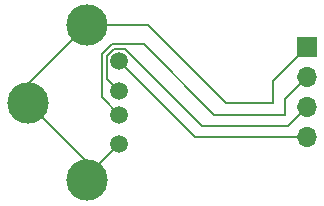
<source format=gtl>
G04 #@! TF.GenerationSoftware,KiCad,Pcbnew,8.0.4*
G04 #@! TF.CreationDate,2024-08-15T12:45:58+02:00*
G04 #@! TF.ProjectId,usb A,75736220-412e-46b6-9963-61645f706362,rev?*
G04 #@! TF.SameCoordinates,Original*
G04 #@! TF.FileFunction,Copper,L1,Top*
G04 #@! TF.FilePolarity,Positive*
%FSLAX46Y46*%
G04 Gerber Fmt 4.6, Leading zero omitted, Abs format (unit mm)*
G04 Created by KiCad (PCBNEW 8.0.4) date 2024-08-15 12:45:58*
%MOMM*%
%LPD*%
G01*
G04 APERTURE LIST*
G04 #@! TA.AperFunction,ComponentPad*
%ADD10C,1.500000*%
G04 #@! TD*
G04 #@! TA.AperFunction,ComponentPad*
%ADD11C,3.500000*%
G04 #@! TD*
G04 #@! TA.AperFunction,ComponentPad*
%ADD12R,1.700000X1.700000*%
G04 #@! TD*
G04 #@! TA.AperFunction,ComponentPad*
%ADD13O,1.700000X1.700000*%
G04 #@! TD*
G04 #@! TA.AperFunction,Conductor*
%ADD14C,0.200000*%
G04 #@! TD*
G04 APERTURE END LIST*
D10*
G04 #@! TO.P,USB1,1,VCC*
G04 #@! TO.N,/VCC*
X77000000Y-70500000D03*
G04 #@! TO.P,USB1,2,D-*
G04 #@! TO.N,/D-*
X77000000Y-73000000D03*
G04 #@! TO.P,USB1,3,D+*
G04 #@! TO.N,/D+*
X77000000Y-75000000D03*
G04 #@! TO.P,USB1,4,GND*
G04 #@! TO.N,/GND*
X77000000Y-77500000D03*
D11*
G04 #@! TO.P,USB1,5,GND*
X74290000Y-80570000D03*
G04 #@! TO.P,USB1,6,GND*
X74290000Y-67430000D03*
G04 #@! TO.P,USB1,7,GND*
X69300000Y-74000000D03*
G04 #@! TD*
D12*
G04 #@! TO.P,J1,1,Pin_1*
G04 #@! TO.N,/GND*
X92875000Y-69285000D03*
D13*
G04 #@! TO.P,J1,2,Pin_2*
G04 #@! TO.N,/D+*
X92875000Y-71825000D03*
G04 #@! TO.P,J1,3,Pin_3*
G04 #@! TO.N,/D-*
X92875000Y-74365000D03*
G04 #@! TO.P,J1,4,Pin_4*
G04 #@! TO.N,/VCC*
X92875000Y-76905000D03*
G04 #@! TD*
D14*
G04 #@! TO.N,/GND*
X69300000Y-72420000D02*
X69300000Y-74000000D01*
X79430000Y-67430000D02*
X86000000Y-74000000D01*
X69300000Y-74000000D02*
X74290000Y-78990000D01*
X86000000Y-74000000D02*
X90000000Y-74000000D01*
X74290000Y-78990000D02*
X74290000Y-80570000D01*
X77000000Y-77500000D02*
X74290000Y-80210000D01*
X74290000Y-67430000D02*
X69300000Y-72420000D01*
X90000000Y-72160000D02*
X92875000Y-69285000D01*
X74290000Y-80210000D02*
X74290000Y-80570000D01*
X74290000Y-67430000D02*
X79430000Y-67430000D01*
X90000000Y-74000000D02*
X90000000Y-72160000D01*
G04 #@! TO.N,/D+*
X77000000Y-75000000D02*
X75550000Y-73550000D01*
X91000000Y-75000000D02*
X91000000Y-73700000D01*
X76399389Y-69050000D02*
X79050000Y-69050000D01*
X85000000Y-75000000D02*
X91000000Y-75000000D01*
X91000000Y-73700000D02*
X92875000Y-71825000D01*
X75550000Y-73550000D02*
X75550000Y-69899389D01*
X75550000Y-69899389D02*
X76399389Y-69050000D01*
X79050000Y-69050000D02*
X85000000Y-75000000D01*
G04 #@! TO.N,/VCC*
X77000000Y-70500000D02*
X83405000Y-76905000D01*
X83405000Y-76905000D02*
X92875000Y-76905000D01*
G04 #@! TO.N,/D-*
X84000000Y-76000000D02*
X91240000Y-76000000D01*
X75950000Y-70065075D02*
X76565075Y-69450000D01*
X91240000Y-76000000D02*
X92875000Y-74365000D01*
X75950000Y-71950000D02*
X75950000Y-70065075D01*
X77450000Y-69450000D02*
X84000000Y-76000000D01*
X77000000Y-73000000D02*
X75950000Y-71950000D01*
X76565075Y-69450000D02*
X77450000Y-69450000D01*
G04 #@! TD*
M02*

</source>
